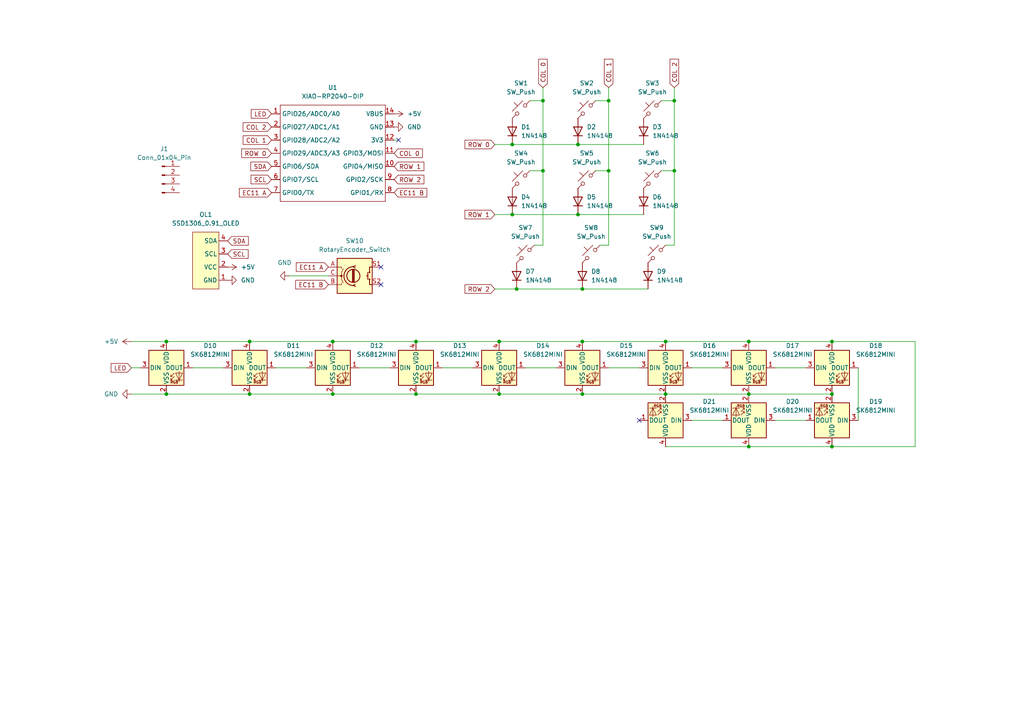
<source format=kicad_sch>
(kicad_sch (version 20250114) (generator "eeschema") (generator_version "9.0")
  (paper "A4")
  (lib_symbols
    (symbol "Connector:Conn_01x04_Pin" (pin_names (offset 1.016) (hide yes))
      (property "Reference" "J" (at 0 5.08 0))
      (property "Value" "Conn_01x04_Pin" (at 0 -7.62 0))
      (symbol "Conn_01x04_Pin_1_1"
        (rectangle (start 0.8636 2.667) (end 0 2.413) (stroke (width 0.1524)) (fill (type outline)))
        (rectangle (start 0.8636 0.127) (end 0 -0.127) (stroke (width 0.1524)) (fill (type outline)))
        (rectangle (start 0.8636 -2.413) (end 0 -2.667) (stroke (width 0.1524)) (fill (type outline)))
        (rectangle (start 0.8636 -4.953) (end 0 -5.207) (stroke (width 0.1524)) (fill (type outline)))
        (polyline (pts (xy 1.27 2.54) (xy 0.8636 2.54)) (stroke (width 0.1524)))
        (polyline (pts (xy 1.27 0) (xy 0.8636 0)) (stroke (width 0.1524)))
        (polyline (pts (xy 1.27 -2.54) (xy 0.8636 -2.54)) (stroke (width 0.1524)))
        (polyline (pts (xy 1.27 -5.08) (xy 0.8636 -5.08)) (stroke (width 0.1524)))
        (pin passive line (at 5.08 2.54 180) (length 3.81) (name "Pin_1") (number "1"))
        (pin passive line (at 5.08 0 180) (length 3.81) (name "Pin_2") (number "2"))
        (pin passive line (at 5.08 -2.54 180) (length 3.81) (name "Pin_3") (number "3"))
        (pin passive line (at 5.08 -5.08 180) (length 3.81) (name "Pin_4") (number "4"))
      )
    )
    (symbol "Device:RotaryEncoder_Switch" (pin_names (offset 0.254) (hide yes))
      (property "Reference" "SW" (at 0 6.604 0))
      (property "Value" "RotaryEncoder_Switch" (at 0 -6.604 0))
      (symbol "RotaryEncoder_Switch_0_1"
        (rectangle (start -5.08 5.08) (end 5.08 -5.08) (stroke (width 0.254)) (fill (type background)))
        (polyline (pts (xy -5.08 2.54) (xy -3.81 2.54) (xy -3.81 2.032)))
        (polyline (pts (xy -5.08 0) (xy -3.81 0) (xy -3.81 -1.016) (xy -3.302 -2.032)))
        (polyline (pts (xy -5.08 -2.54) (xy -3.81 -2.54) (xy -3.81 -2.032)))
        (polyline (pts (xy -4.318 0) (xy -3.81 0) (xy -3.81 1.016) (xy -3.302 2.032)))
        (circle (center -3.81 0) (radius 0.254) (fill (type outline)))
        (polyline (pts (xy -0.635 -1.778) (xy -0.635 1.778)) (stroke (width 0.254)))
        (circle (center -0.381 0) (radius 1.905) (stroke (width 0.254)))
        (polyline (pts (xy -0.381 -1.778) (xy -0.381 1.778)) (stroke (width 0.254)))
        (arc (start -0.381 -2.794) (mid -3.0988 -0.0635) (end -0.381 2.667) (stroke (width 0.254)))
        (polyline (pts (xy -0.127 1.778) (xy -0.127 -1.778)) (stroke (width 0.254)))
        (polyline (pts (xy 0.254 2.921) (xy -0.508 2.667) (xy 0.127 2.286)) (stroke (width 0.254)))
        (polyline (pts (xy 0.254 -3.048) (xy -0.508 -2.794) (xy 0.127 -2.413)) (stroke (width 0.254)))
        (polyline (pts (xy 3.81 1.016) (xy 3.81 -1.016)) (stroke (width 0.254)))
        (polyline (pts (xy 3.81 0) (xy 3.429 0)) (stroke (width 0.254)))
        (circle (center 4.318 1.016) (radius 0.127) (stroke (width 0.254)))
        (circle (center 4.318 -1.016) (radius 0.127) (stroke (width 0.254)))
        (polyline (pts (xy 5.08 2.54) (xy 4.318 2.54) (xy 4.318 1.016)) (stroke (width 0.254)))
        (polyline (pts (xy 5.08 -2.54) (xy 4.318 -2.54) (xy 4.318 -1.016)) (stroke (width 0.254)))
      )
      (symbol "RotaryEncoder_Switch_1_1"
        (pin passive line (at -7.62 2.54 0) (length 2.54) (name "A") (number "A"))
        (pin passive line (at -7.62 0 0) (length 2.54) (name "C") (number "C"))
        (pin passive line (at -7.62 -2.54 0) (length 2.54) (name "B") (number "B"))
        (pin passive line (at 7.62 2.54 180) (length 2.54) (name "S1") (number "S1"))
        (pin passive line (at 7.62 -2.54 180) (length 2.54) (name "S2") (number "S2"))
      )
    )
    (symbol "Diode:1N4148" (pin_numbers (hide yes)) (pin_names (hide yes))
      (property "Reference" "D" (at 0 2.54 0))
      (property "Value" "1N4148" (at 0 -2.54 0))
      (symbol "1N4148_0_1"
        (polyline (pts (xy -1.27 1.27) (xy -1.27 -1.27)) (stroke (width 0.254)))
        (polyline (pts (xy 1.27 1.27) (xy 1.27 -1.27) (xy -1.27 0) (xy 1.27 1.27)) (stroke (width 0.254)))
        (polyline (pts (xy 1.27 0) (xy -1.27 0)))
      )
      (symbol "1N4148_1_1"
        (pin passive line (at -3.81 0 0) (length 2.54) (name "K") (number "1"))
        (pin passive line (at 3.81 0 180) (length 2.54) (name "A") (number "2"))
      )
    )
    (symbol "LED:SK6812MINI" (pin_names (offset 0.254))
      (property "Reference" "D" (at 5.08 5.715 0))
      (property "Value" "SK6812MINI" (at 1.27 -5.715 0))
      (symbol "SK6812MINI_0_0"
        (text "RGB" (at 2.286 -4.191 0) (effects (font (size 0.762 0.762))))
      )
      (symbol "SK6812MINI_0_1"
        (polyline (pts (xy 1.27 -2.54) (xy 1.778 -2.54)))
        (polyline (pts (xy 1.27 -3.556) (xy 1.778 -3.556)))
        (polyline (pts (xy 2.286 -1.524) (xy 1.27 -2.54) (xy 1.27 -2.032)))
        (polyline (pts (xy 2.286 -2.54) (xy 1.27 -3.556) (xy 1.27 -3.048)))
        (polyline (pts (xy 3.683 -1.016) (xy 3.683 -3.556) (xy 3.683 -4.064)))
        (polyline (pts (xy 4.699 -1.524) (xy 2.667 -1.524) (xy 3.683 -3.556) (xy 4.699 -1.524)))
        (polyline (pts (xy 4.699 -3.556) (xy 2.667 -3.556)))
        (rectangle (start 5.08 5.08) (end -5.08 -5.08) (stroke (width 0.254)) (fill (type background)))
      )
      (symbol "SK6812MINI_1_1"
        (pin input line (at -7.62 0 0) (length 2.54) (name "DIN") (number "3"))
        (pin power_in line (at 0 7.62 270) (length 2.54) (name "VDD") (number "4"))
        (pin power_in line (at 0 -7.62 90) (length 2.54) (name "VSS") (number "2"))
        (pin output line (at 7.62 0 180) (length 2.54) (name "DOUT") (number "1"))
      )
    )
    (symbol "OPL:XIAO-RP2040-DIP"
      (property "Reference" "U" (at 0 0 0))
      (property "Value" "XIAO-RP2040-DIP" (at 5.334 -1.778 0))
      (symbol "XIAO-RP2040-DIP_1_0"
        (polyline (pts (xy -1.27 -2.54) (xy 29.21 -2.54)) (stroke (width 0.1524)))
        (polyline (pts (xy -1.27 -5.08) (xy -2.54 -5.08)) (stroke (width 0.1524)))
        (polyline (pts (xy -1.27 -5.08) (xy -1.27 -2.54)) (stroke (width 0.1524)))
        (polyline (pts (xy -1.27 -8.89) (xy -2.54 -8.89)) (stroke (width 0.1524)))
        (polyline (pts (xy -1.27 -8.89) (xy -1.27 -5.08)) (stroke (width 0.1524)))
        (polyline (pts (xy -1.27 -12.7) (xy -2.54 -12.7)) (stroke (width 0.1524)))
        (polyline (pts (xy -1.27 -12.7) (xy -1.27 -8.89)) (stroke (width 0.1524)))
        (polyline (pts (xy -1.27 -16.51) (xy -2.54 -16.51)) (stroke (width 0.1524)))
        (polyline (pts (xy -1.27 -16.51) (xy -1.27 -12.7)) (stroke (width 0.1524)))
        (polyline (pts (xy -1.27 -20.32) (xy -2.54 -20.32)) (stroke (width 0.1524)))
        (polyline (pts (xy -1.27 -24.13) (xy -2.54 -24.13)) (stroke (width 0.1524)))
        (polyline (pts (xy -1.27 -27.94) (xy -2.54 -27.94)) (stroke (width 0.1524)))
        (polyline (pts (xy -1.27 -30.48) (xy -1.27 -16.51)) (stroke (width 0.1524)))
        (polyline (pts (xy 29.21 -2.54) (xy 29.21 -5.08)) (stroke (width 0.1524)))
        (polyline (pts (xy 29.21 -5.08) (xy 29.21 -8.89)) (stroke (width 0.1524)))
        (polyline (pts (xy 29.21 -8.89) (xy 29.21 -12.7)) (stroke (width 0.1524)))
        (polyline (pts (xy 29.21 -12.7) (xy 29.21 -30.48)) (stroke (width 0.1524)))
        (polyline (pts (xy 29.21 -30.48) (xy -1.27 -30.48)) (stroke (width 0.1524)))
        (polyline (pts (xy 30.48 -5.08) (xy 29.21 -5.08)) (stroke (width 0.1524)))
        (polyline (pts (xy 30.48 -8.89) (xy 29.21 -8.89)) (stroke (width 0.1524)))
        (polyline (pts (xy 30.48 -12.7) (xy 29.21 -12.7)) (stroke (width 0.1524)))
        (polyline (pts (xy 30.48 -16.51) (xy 29.21 -16.51)) (stroke (width 0.1524)))
        (polyline (pts (xy 30.48 -20.32) (xy 29.21 -20.32)) (stroke (width 0.1524)))
        (polyline (pts (xy 30.48 -24.13) (xy 29.21 -24.13)) (stroke (width 0.1524)))
        (polyline (pts (xy 30.48 -27.94) (xy 29.21 -27.94)) (stroke (width 0.1524)))
        (pin passive line (at -3.81 -5.08 0) (length 2.54) (name "GPIO26/ADC0/A0") (number "1"))
        (pin passive line (at -3.81 -8.89 0) (length 2.54) (name "GPIO27/ADC1/A1") (number "2"))
        (pin passive line (at -3.81 -12.7 0) (length 2.54) (name "GPIO28/ADC2/A2") (number "3"))
        (pin passive line (at -3.81 -16.51 0) (length 2.54) (name "GPIO29/ADC3/A3") (number "4"))
        (pin passive line (at -3.81 -20.32 0) (length 2.54) (name "GPIO6/SDA") (number "5"))
        (pin passive line (at -3.81 -24.13 0) (length 2.54) (name "GPIO7/SCL") (number "6"))
        (pin passive line (at -3.81 -27.94 0) (length 2.54) (name "GPIO0/TX") (number "7"))
        (pin passive line (at 31.75 -5.08 180) (length 2.54) (name "VBUS") (number "14"))
        (pin passive line (at 31.75 -8.89 180) (length 2.54) (name "GND") (number "13"))
        (pin passive line (at 31.75 -12.7 180) (length 2.54) (name "3V3") (number "12"))
        (pin passive line (at 31.75 -16.51 180) (length 2.54) (name "GPIO3/MOSI") (number "11"))
        (pin passive line (at 31.75 -20.32 180) (length 2.54) (name "GPIO4/MISO") (number "10"))
        (pin passive line (at 31.75 -24.13 180) (length 2.54) (name "GPIO2/SCK") (number "9"))
        (pin passive line (at 31.75 -27.94 180) (length 2.54) (name "GPIO1/RX") (number "8"))
      )
    )
    (symbol "SSD1306_0.91_OLED:SSD1306-0.91-OLED"
      (property "Reference" "OL" (at 8.128 3.556 0))
      (property "Value" "SSD1306_0.91_OLED" (at 8.128 1.524 0))
      (symbol "SSD1306-0.91-OLED_1_1"
        (rectangle (start 0 0) (end 16.51 -7.62) (fill (type background)))
        (pin passive line (at 2.54 -10.16 90) (length 2.54) (name "GND") (number "1"))
        (pin passive line (at 6.35 -10.16 90) (length 2.54) (name "VCC") (number "2"))
        (pin passive line (at 10.16 -10.16 90) (length 2.54) (name "SCL") (number "3"))
        (pin passive line (at 13.97 -10.16 90) (length 2.54) (name "SDA") (number "4"))
      )
    )
    (symbol "Switch:SW_Push_45deg" (pin_numbers (hide yes)) (pin_names (offset 1.016) (hide yes))
      (property "Reference" "SW" (at 3.048 1.016 0))
      (property "Value" "SW_Push_45deg" (at 0 -3.81 0))
      (symbol "SW_Push_45deg_0_1"
        (polyline (pts (xy -2.54 2.54) (xy -1.524 1.524) (xy -1.524 1.524)))
        (circle (center -1.1684 1.1684) (radius 0.508))
        (polyline (pts (xy -0.508 2.54) (xy 2.54 -0.508)))
        (polyline (pts (xy 1.016 1.016) (xy 2.032 2.032)))
        (circle (center 1.143 -1.1938) (radius 0.508))
        (polyline (pts (xy 1.524 -1.524) (xy 2.54 -2.54) (xy 2.54 -2.54) (xy 2.54 -2.54)))
        (pin passive line (at -2.54 2.54 0) (length 0) (name "1") (number "1"))
        (pin passive line (at 2.54 -2.54 180) (length 0) (name "2") (number "2"))
      )
    )
    (symbol "power:+5V" (power) (pin_numbers (hide yes)) (pin_names (offset 0) (hide yes))
      (property "Value" "+5V" (at 0 3.556 0))
      (symbol "+5V_0_1"
        (polyline (pts (xy -0.762 1.27) (xy 0 2.54)))
        (polyline (pts (xy 0 2.54) (xy 0.762 1.27)))
        (polyline (pts (xy 0 0) (xy 0 2.54)))
      )
      (symbol "+5V_1_1"
        (pin power_in line (at 0 0 90) (length 0) (name "~") (number "1"))
      )
    )
    (symbol "power:GND" (power) (pin_numbers (hide yes)) (pin_names (offset 0) (hide yes))
      (property "Value" "GND" (at 0 -3.81 0))
      (symbol "GND_0_1"
        (polyline (pts (xy 0 0) (xy 0 -1.27) (xy 1.27 -1.27) (xy 0 -2.54) (xy -1.27 -1.27) (xy 0 -1.27)))
      )
      (symbol "GND_1_1"
        (pin power_in line (at 0 0 270) (length 0) (name "~") (number "1"))
      )
    )
  )
  (junction (at 48.26 114.3))
  (junction (at 96.52 99.06))
  (junction (at 144.78 99.06))
  (junction (at 217.17 129.54))
  (junction (at 148.59 41.91))
  (junction (at 176.53 49.53))
  (junction (at 149.86 83.82))
  (junction (at 241.3 99.06))
  (junction (at 168.91 114.3))
  (junction (at 144.78 114.3))
  (junction (at 168.91 83.82))
  (junction (at 72.39 114.3))
  (junction (at 148.59 62.23))
  (junction (at 195.58 49.53))
  (junction (at 217.17 114.3))
  (junction (at 120.65 114.3))
  (junction (at 176.53 29.21))
  (junction (at 241.3 114.3))
  (junction (at 193.04 99.06))
  (junction (at 167.64 62.23))
  (junction (at 195.58 29.21))
  (junction (at 167.64 41.91))
  (junction (at 217.17 99.06))
  (junction (at 157.48 49.53))
  (junction (at 168.91 99.06))
  (junction (at 193.04 114.3))
  (junction (at 241.3 129.54))
  (junction (at 48.26 99.06))
  (junction (at 72.39 99.06))
  (junction (at 96.52 114.3))
  (junction (at 120.65 99.06))
  (junction (at 157.48 29.21))
  (no_connect (at 110.49 82.55))
  (no_connect (at 110.49 77.47))
  (no_connect (at 115.57 40.64))
  (no_connect (at 185.42 121.92))
  (wire (pts (xy 176.53 71.12) (xy 173.99 71.12)))
  (wire (pts (xy 157.48 49.53) (xy 157.48 71.12)))
  (wire (pts (xy 96.52 99.06) (xy 120.65 99.06)))
  (wire (pts (xy 193.04 129.54) (xy 217.17 129.54)))
  (wire (pts (xy 120.65 99.06) (xy 144.78 99.06)))
  (wire (pts (xy 168.91 114.3) (xy 193.04 114.3)))
  (wire (pts (xy 38.1 114.3) (xy 48.26 114.3)))
  (wire (pts (xy 38.1 99.06) (xy 48.26 99.06)))
  (wire (pts (xy 217.17 114.3) (xy 241.3 114.3)))
  (wire (pts (xy 148.59 62.23) (xy 167.64 62.23)))
  (wire (pts (xy 200.66 121.92) (xy 209.55 121.92)))
  (wire (pts (xy 48.26 99.06) (xy 72.39 99.06)))
  (wire (pts (xy 193.04 114.3) (xy 217.17 114.3)))
  (wire (pts (xy 241.3 129.54) (xy 265.43 129.54)))
  (wire (pts (xy 217.17 99.06) (xy 241.3 99.06)))
  (wire (pts (xy 157.48 25.4) (xy 157.48 29.21)))
  (wire (pts (xy 144.78 114.3) (xy 168.91 114.3)))
  (wire (pts (xy 38.1 106.68) (xy 40.64 106.68)))
  (wire (pts (xy 191.77 49.53) (xy 195.58 49.53)))
  (wire (pts (xy 167.64 62.23) (xy 186.69 62.23)))
  (wire (pts (xy 157.48 29.21) (xy 157.48 49.53)))
  (wire (pts (xy 144.78 99.06) (xy 168.91 99.06)))
  (wire (pts (xy 193.04 71.12) (xy 195.58 71.12)))
  (wire (pts (xy 143.51 62.23) (xy 148.59 62.23)))
  (wire (pts (xy 195.58 29.21) (xy 195.58 49.53)))
  (wire (pts (xy 149.86 83.82) (xy 168.91 83.82)))
  (wire (pts (xy 115.57 40.64) (xy 114.3 40.64)))
  (wire (pts (xy 176.53 25.4) (xy 176.53 29.21)))
  (wire (pts (xy 167.64 41.91) (xy 186.69 41.91)))
  (wire (pts (xy 95.25 80.01) (xy 83.82 80.01)))
  (wire (pts (xy 154.94 71.12) (xy 157.48 71.12)))
  (wire (pts (xy 143.51 83.82) (xy 149.86 83.82)))
  (wire (pts (xy 195.58 49.53) (xy 195.58 71.12)))
  (wire (pts (xy 265.43 99.06) (xy 241.3 99.06)))
  (wire (pts (xy 48.26 114.3) (xy 72.39 114.3)))
  (wire (pts (xy 143.51 41.91) (xy 148.59 41.91)))
  (wire (pts (xy 80.01 106.68) (xy 88.9 106.68)))
  (wire (pts (xy 224.79 121.92) (xy 233.68 121.92)))
  (wire (pts (xy 191.77 29.21) (xy 195.58 29.21)))
  (wire (pts (xy 172.72 49.53) (xy 176.53 49.53)))
  (wire (pts (xy 200.66 106.68) (xy 209.55 106.68)))
  (wire (pts (xy 72.39 99.06) (xy 96.52 99.06)))
  (wire (pts (xy 176.53 49.53) (xy 176.53 71.12)))
  (wire (pts (xy 176.53 106.68) (xy 185.42 106.68)))
  (wire (pts (xy 172.72 29.21) (xy 176.53 29.21)))
  (wire (pts (xy 153.67 29.21) (xy 157.48 29.21)))
  (wire (pts (xy 195.58 25.4) (xy 195.58 29.21)))
  (wire (pts (xy 176.53 29.21) (xy 176.53 49.53)))
  (wire (pts (xy 168.91 99.06) (xy 193.04 99.06)))
  (wire (pts (xy 168.91 83.82) (xy 187.96 83.82)))
  (wire (pts (xy 96.52 114.3) (xy 120.65 114.3)))
  (wire (pts (xy 148.59 41.91) (xy 167.64 41.91)))
  (wire (pts (xy 265.43 129.54) (xy 265.43 99.06)))
  (wire (pts (xy 193.04 99.06) (xy 217.17 99.06)))
  (wire (pts (xy 153.67 49.53) (xy 157.48 49.53)))
  (wire (pts (xy 217.17 129.54) (xy 241.3 129.54)))
  (wire (pts (xy 120.65 114.3) (xy 144.78 114.3)))
  (wire (pts (xy 152.4 106.68) (xy 161.29 106.68)))
  (wire (pts (xy 248.92 106.68) (xy 248.92 121.92)))
  (wire (pts (xy 104.14 106.68) (xy 113.03 106.68)))
  (wire (pts (xy 72.39 114.3) (xy 96.52 114.3)))
  (wire (pts (xy 128.27 106.68) (xy 137.16 106.68)))
  (wire (pts (xy 55.88 106.68) (xy 64.77 106.68)))
  (wire (pts (xy 224.79 106.68) (xy 233.68 106.68)))
  (global_label "SCL" (shape input) (at 66.04 73.66 0) (property "Intersheetrefs" "${INTERSHEET_REFS}" (effects (hide yes))))
  (global_label "EC11 B" (shape input) (at 95.25 82.55 180) (property "Intersheetrefs" "${INTERSHEET_REFS}" (effects (hide yes))))
  (global_label "EC11 A" (shape input) (at 78.74 55.88 180) (property "Intersheetrefs" "${INTERSHEET_REFS}" (effects (hide yes))))
  (global_label "COL 2" (shape input) (at 78.74 36.83 180) (property "Intersheetrefs" "${INTERSHEET_REFS}" (effects (hide yes))))
  (global_label "ROW 1" (shape input) (at 143.51 62.23 180) (property "Intersheetrefs" "${INTERSHEET_REFS}" (effects (hide yes))))
  (global_label "LED" (shape input) (at 38.1 106.68 180) (property "Intersheetrefs" "${INTERSHEET_REFS}" (effects (hide yes))))
  (global_label "SDA" (shape input) (at 78.74 48.26 180) (property "Intersheetrefs" "${INTERSHEET_REFS}" (effects (hide yes))))
  (global_label "ROW 2" (shape input) (at 114.3 52.07 0) (property "Intersheetrefs" "${INTERSHEET_REFS}" (effects (hide yes))))
  (global_label "SCL" (shape input) (at 78.74 52.07 180) (property "Intersheetrefs" "${INTERSHEET_REFS}" (effects (hide yes))))
  (global_label "ROW 1" (shape input) (at 114.3 48.26 0) (property "Intersheetrefs" "${INTERSHEET_REFS}" (effects (hide yes))))
  (global_label "ROW 2" (shape input) (at 143.51 83.82 180) (property "Intersheetrefs" "${INTERSHEET_REFS}" (effects (hide yes))))
  (global_label "COL 0" (shape input) (at 157.48 25.4 90) (property "Intersheetrefs" "${INTERSHEET_REFS}" (effects (hide yes))))
  (global_label "COL 1" (shape input) (at 78.74 40.64 180) (property "Intersheetrefs" "${INTERSHEET_REFS}" (effects (hide yes))))
  (global_label "EC11 A" (shape input) (at 95.25 77.47 180) (property "Intersheetrefs" "${INTERSHEET_REFS}" (effects (hide yes))))
  (global_label "SDA" (shape input) (at 66.04 69.85 0) (property "Intersheetrefs" "${INTERSHEET_REFS}" (effects (hide yes))))
  (global_label "COL 2" (shape input) (at 195.58 25.4 90) (property "Intersheetrefs" "${INTERSHEET_REFS}" (effects (hide yes))))
  (global_label "COL 1" (shape input) (at 176.53 25.4 90) (property "Intersheetrefs" "${INTERSHEET_REFS}" (effects (hide yes))))
  (global_label "ROW 0" (shape input) (at 78.74 44.45 180) (property "Intersheetrefs" "${INTERSHEET_REFS}" (effects (hide yes))))
  (global_label "EC11 B" (shape input) (at 114.3 55.88 0) (property "Intersheetrefs" "${INTERSHEET_REFS}" (effects (hide yes))))
  (global_label "LED" (shape input) (at 78.74 33.02 180) (property "Intersheetrefs" "${INTERSHEET_REFS}" (effects (hide yes))))
  (global_label "COL 0" (shape input) (at 114.3 44.45 0) (property "Intersheetrefs" "${INTERSHEET_REFS}" (effects (hide yes))))
  (global_label "ROW 0" (shape input) (at 143.51 41.91 180) (property "Intersheetrefs" "${INTERSHEET_REFS}" (effects (hide yes))))
  (symbol (lib_id "LED:SK6812MINI") (at 217.17 121.92 180) (unit 1)
    (property "Reference" "D20" (at 229.87 116.4746 0))
    (property "Value" "SK6812MINI" (at 229.87 119.0146 0))
    (property "Footprint" "LED_SMD:LED_SK6812MINI_PLCC4_3.5x3.5mm_P1.75mm" (effects (hide yes)))
    (property "Datasheet" "https://cdn-shop.adafruit.com/product-files/2686/SK6812MINI_REV.01-1-2.pdf" (effects (hide yes)))
    (property "Description" "RGB LED with integrated controller" (effects (hide yes)))
  )
  (symbol (lib_id "Switch:SW_Push_45deg") (at 170.18 52.07 0) (mirror y) (unit 1)
    (property "Reference" "SW5" (at 170.18 44.45 0))
    (property "Value" "SW_Push" (at 170.18 46.99 0))
    (property "Footprint" "Button_Switch_Keyboard:SW_Cherry_MX_1.00u_PCB" (effects (hide yes)))
    (property "Description" "Push button switch, normally open, two pins, 45° tilted" (effects (hide yes)))
  )
  (symbol (lib_id "LED:SK6812MINI") (at 144.78 106.68 0) (unit 1)
    (property "Reference" "D14" (at 157.48 100.2598 0))
    (property "Value" "SK6812MINI" (at 157.48 102.7998 0))
    (property "Footprint" "LED_SMD:LED_SK6812MINI_PLCC4_3.5x3.5mm_P1.75mm" (effects (hide yes)))
    (property "Datasheet" "https://cdn-shop.adafruit.com/product-files/2686/SK6812MINI_REV.01-1-2.pdf" (effects (hide yes)))
    (property "Description" "RGB LED with integrated controller" (effects (hide yes)))
  )
  (symbol (lib_id "power:GND") (at 38.1 114.3 270) (unit 1)
    (property "Reference" "#PWR07" (effects (hide yes)))
    (property "Value" "GND" (at 34.29 114.2999 90) (effects (justify right)))
    (property "Description" "Power symbol creates a global label with name \"GND\" , ground" (effects (hide yes)))
  )
  (symbol (lib_id "power:+5V") (at 114.3 33.02 270) (unit 1)
    (property "Reference" "#PWR01" (effects (hide yes)))
    (property "Value" "+5V" (at 118.11 33.0199 90) (effects (justify left)))
    (property "Description" "Power symbol creates a global label with name \"+5V\"" (effects (hide yes)))
  )
  (symbol (lib_id "Switch:SW_Push_45deg") (at 151.13 52.07 0) (mirror y) (unit 1)
    (property "Reference" "SW4" (at 151.13 44.45 0))
    (property "Value" "SW_Push" (at 151.13 46.99 0))
    (property "Footprint" "Button_Switch_Keyboard:SW_Cherry_MX_1.00u_PCB" (effects (hide yes)))
    (property "Description" "Push button switch, normally open, two pins, 45° tilted" (effects (hide yes)))
  )
  (symbol (lib_id "Switch:SW_Push_45deg") (at 151.13 31.75 0) (mirror y) (unit 1)
    (property "Reference" "SW1" (at 151.13 24.13 0))
    (property "Value" "SW_Push" (at 151.13 26.67 0))
    (property "Footprint" "Button_Switch_Keyboard:SW_Cherry_MX_1.00u_PCB" (effects (hide yes)))
    (property "Description" "Push button switch, normally open, two pins, 45° tilted" (effects (hide yes)))
  )
  (symbol (lib_id "power:GND") (at 114.3 36.83 90) (unit 1)
    (property "Reference" "#PWR02" (effects (hide yes)))
    (property "Value" "GND" (at 118.11 36.8299 90) (effects (justify right)))
    (property "Description" "Power symbol creates a global label with name \"GND\" , ground" (effects (hide yes)))
  )
  (symbol (lib_id "Switch:SW_Push_45deg") (at 171.45 73.66 0) (mirror y) (unit 1)
    (property "Reference" "SW8" (at 171.45 66.04 0))
    (property "Value" "SW_Push" (at 171.45 68.58 0))
    (property "Footprint" "Button_Switch_Keyboard:SW_Cherry_MX_1.00u_PCB" (effects (hide yes)))
    (property "Description" "Push button switch, normally open, two pins, 45° tilted" (effects (hide yes)))
  )
  (symbol (lib_id "LED:SK6812MINI") (at 168.91 106.68 0) (unit 1)
    (property "Reference" "D15" (at 181.61 100.2598 0))
    (property "Value" "SK6812MINI" (at 181.61 102.7998 0))
    (property "Footprint" "LED_SMD:LED_SK6812MINI_PLCC4_3.5x3.5mm_P1.75mm" (effects (hide yes)))
    (property "Datasheet" "https://cdn-shop.adafruit.com/product-files/2686/SK6812MINI_REV.01-1-2.pdf" (effects (hide yes)))
    (property "Description" "RGB LED with integrated controller" (effects (hide yes)))
  )
  (symbol (lib_id "Diode:1N4148") (at 149.86 80.01 90) (unit 1)
    (property "Reference" "D7" (at 152.4 78.7399 90) (effects (justify right)))
    (property "Value" "1N4148" (at 152.4 81.2799 90) (effects (justify right)))
    (property "Footprint" "Diode_THT:D_DO-35_SOD27_P7.62mm_Horizontal" (effects (hide yes)))
    (property "Datasheet" "https://assets.nexperia.com/documents/data-sheet/1N4148_1N4448.pdf" (effects (hide yes)))
    (property "Description" "100V 0.15A standard switching diode, DO-35" (effects (hide yes)))
    (property "Sim.Device" "D" (effects (hide yes)))
    (property "Sim.Pins" "1=K 2=A" (effects (hide yes)))
  )
  (symbol (lib_id "LED:SK6812MINI") (at 241.3 106.68 0) (unit 1)
    (property "Reference" "D18" (at 254 100.2598 0))
    (property "Value" "SK6812MINI" (at 254 102.7998 0))
    (property "Footprint" "LED_SMD:LED_SK6812MINI_PLCC4_3.5x3.5mm_P1.75mm" (effects (hide yes)))
    (property "Datasheet" "https://cdn-shop.adafruit.com/product-files/2686/SK6812MINI_REV.01-1-2.pdf" (effects (hide yes)))
    (property "Description" "RGB LED with integrated controller" (effects (hide yes)))
  )
  (symbol (lib_id "Diode:1N4148") (at 148.59 38.1 90) (unit 1)
    (property "Reference" "D1" (at 151.13 36.8299 90) (effects (justify right)))
    (property "Value" "1N4148" (at 151.13 39.3699 90) (effects (justify right)))
    (property "Footprint" "Diode_THT:D_DO-35_SOD27_P7.62mm_Horizontal" (effects (hide yes)))
    (property "Datasheet" "https://assets.nexperia.com/documents/data-sheet/1N4148_1N4448.pdf" (effects (hide yes)))
    (property "Description" "100V 0.15A standard switching diode, DO-35" (effects (hide yes)))
    (property "Sim.Device" "D" (effects (hide yes)))
    (property "Sim.Pins" "1=K 2=A" (effects (hide yes)))
  )
  (symbol (lib_id "Switch:SW_Push_45deg") (at 152.4 73.66 0) (mirror y) (unit 1)
    (property "Reference" "SW7" (at 152.4 66.04 0))
    (property "Value" "SW_Push" (at 152.4 68.58 0))
    (property "Footprint" "Button_Switch_Keyboard:SW_Cherry_MX_1.00u_PCB" (effects (hide yes)))
    (property "Description" "Push button switch, normally open, two pins, 45° tilted" (effects (hide yes)))
  )
  (symbol (lib_id "Switch:SW_Push_45deg") (at 189.23 31.75 0) (mirror y) (unit 1)
    (property "Reference" "SW3" (at 189.23 24.13 0))
    (property "Value" "SW_Push" (at 189.23 26.67 0))
    (property "Footprint" "Button_Switch_Keyboard:SW_Cherry_MX_1.00u_PCB" (effects (hide yes)))
    (property "Description" "Push button switch, normally open, two pins, 45° tilted" (effects (hide yes)))
  )
  (symbol (lib_id "Connector:Conn_01x04_Pin") (at 46.99 50.8 0) (unit 1)
    (property "Reference" "J1" (at 47.625 43.18 0))
    (property "Value" "Conn_01x04_Pin" (at 47.625 45.72 0))
    (property "Description" "Generic connector, single row, 01x04, script generated" (effects (hide yes)))
  )
  (symbol (lib_id "Switch:SW_Push_45deg") (at 170.18 31.75 0) (mirror y) (unit 1)
    (property "Reference" "SW2" (at 170.18 24.13 0))
    (property "Value" "SW_Push" (at 170.18 26.67 0))
    (property "Footprint" "Button_Switch_Keyboard:SW_Cherry_MX_1.00u_PCB" (effects (hide yes)))
    (property "Description" "Push button switch, normally open, two pins, 45° tilted" (effects (hide yes)))
  )
  (symbol (lib_id "Diode:1N4148") (at 167.64 38.1 90) (unit 1)
    (property "Reference" "D2" (at 170.18 36.8299 90) (effects (justify right)))
    (property "Value" "1N4148" (at 170.18 39.3699 90) (effects (justify right)))
    (property "Footprint" "Diode_THT:D_DO-35_SOD27_P7.62mm_Horizontal" (effects (hide yes)))
    (property "Datasheet" "https://assets.nexperia.com/documents/data-sheet/1N4148_1N4448.pdf" (effects (hide yes)))
    (property "Description" "100V 0.15A standard switching diode, DO-35" (effects (hide yes)))
    (property "Sim.Device" "D" (effects (hide yes)))
    (property "Sim.Pins" "1=K 2=A" (effects (hide yes)))
  )
  (symbol (lib_id "Diode:1N4148") (at 168.91 80.01 90) (unit 1)
    (property "Reference" "D8" (at 171.45 78.7399 90) (effects (justify right)))
    (property "Value" "1N4148" (at 171.45 81.2799 90) (effects (justify right)))
    (property "Footprint" "Diode_THT:D_DO-35_SOD27_P7.62mm_Horizontal" (effects (hide yes)))
    (property "Datasheet" "https://assets.nexperia.com/documents/data-sheet/1N4148_1N4448.pdf" (effects (hide yes)))
    (property "Description" "100V 0.15A standard switching diode, DO-35" (effects (hide yes)))
    (property "Sim.Device" "D" (effects (hide yes)))
    (property "Sim.Pins" "1=K 2=A" (effects (hide yes)))
  )
  (symbol (lib_id "LED:SK6812MINI") (at 193.04 106.68 0) (unit 1)
    (property "Reference" "D16" (at 205.74 100.2598 0))
    (property "Value" "SK6812MINI" (at 205.74 102.7998 0))
    (property "Footprint" "LED_SMD:LED_SK6812MINI_PLCC4_3.5x3.5mm_P1.75mm" (effects (hide yes)))
    (property "Datasheet" "https://cdn-shop.adafruit.com/product-files/2686/SK6812MINI_REV.01-1-2.pdf" (effects (hide yes)))
    (property "Description" "RGB LED with integrated controller" (effects (hide yes)))
  )
  (symbol (lib_id "Device:RotaryEncoder_Switch") (at 102.87 80.01 0) (unit 1)
    (property "Reference" "SW10" (at 102.87 69.85 0))
    (property "Value" "RotaryEncoder_Switch" (at 102.87 72.39 0))
    (property "Footprint" "Wire_Connectors:Rotary_Encoder_Wire_Connector" (effects (hide yes)))
    (property "Description" "Rotary encoder, dual channel, incremental quadrate outputs, with switch" (effects (hide yes)))
  )
  (symbol (lib_id "Diode:1N4148") (at 167.64 58.42 90) (unit 1)
    (property "Reference" "D5" (at 170.18 57.1499 90) (effects (justify right)))
    (property "Value" "1N4148" (at 170.18 59.6899 90) (effects (justify right)))
    (property "Footprint" "Diode_THT:D_DO-35_SOD27_P7.62mm_Horizontal" (effects (hide yes)))
    (property "Datasheet" "https://assets.nexperia.com/documents/data-sheet/1N4148_1N4448.pdf" (effects (hide yes)))
    (property "Description" "100V 0.15A standard switching diode, DO-35" (effects (hide yes)))
    (property "Sim.Device" "D" (effects (hide yes)))
    (property "Sim.Pins" "1=K 2=A" (effects (hide yes)))
  )
  (symbol (lib_id "Switch:SW_Push_45deg") (at 189.23 52.07 0) (mirror y) (unit 1)
    (property "Reference" "SW6" (at 189.23 44.45 0))
    (property "Value" "SW_Push" (at 189.23 46.99 0))
    (property "Footprint" "Button_Switch_Keyboard:SW_Cherry_MX_1.00u_PCB" (effects (hide yes)))
    (property "Description" "Push button switch, normally open, two pins, 45° tilted" (effects (hide yes)))
  )
  (symbol (lib_id "Diode:1N4148") (at 148.59 58.42 90) (unit 1)
    (property "Reference" "D4" (at 151.13 57.1499 90) (effects (justify right)))
    (property "Value" "1N4148" (at 151.13 59.6899 90) (effects (justify right)))
    (property "Footprint" "Diode_THT:D_DO-35_SOD27_P7.62mm_Horizontal" (effects (hide yes)))
    (property "Datasheet" "https://assets.nexperia.com/documents/data-sheet/1N4148_1N4448.pdf" (effects (hide yes)))
    (property "Description" "100V 0.15A standard switching diode, DO-35" (effects (hide yes)))
    (property "Sim.Device" "D" (effects (hide yes)))
    (property "Sim.Pins" "1=K 2=A" (effects (hide yes)))
  )
  (symbol (lib_id "power:GND") (at 83.82 80.01 270) (unit 1)
    (property "Reference" "#PWR03" (effects (hide yes)))
    (property "Value" "GND" (at 82.55 76.2 90))
    (property "Description" "Power symbol creates a global label with name \"GND\" , ground" (effects (hide yes)))
  )
  (symbol (lib_id "LED:SK6812MINI") (at 48.26 106.68 0) (unit 1)
    (property "Reference" "D10" (at 60.96 100.2598 0))
    (property "Value" "SK6812MINI" (at 60.96 102.7998 0))
    (property "Footprint" "LED_SMD:LED_SK6812MINI_PLCC4_3.5x3.5mm_P1.75mm" (effects (hide yes)))
    (property "Datasheet" "https://cdn-shop.adafruit.com/product-files/2686/SK6812MINI_REV.01-1-2.pdf" (effects (hide yes)))
    (property "Description" "RGB LED with integrated controller" (effects (hide yes)))
  )
  (symbol (lib_id "Diode:1N4148") (at 186.69 38.1 90) (unit 1)
    (property "Reference" "D3" (at 189.23 36.8299 90) (effects (justify right)))
    (property "Value" "1N4148" (at 189.23 39.3699 90) (effects (justify right)))
    (property "Footprint" "Diode_THT:D_DO-35_SOD27_P7.62mm_Horizontal" (effects (hide yes)))
    (property "Datasheet" "https://assets.nexperia.com/documents/data-sheet/1N4148_1N4448.pdf" (effects (hide yes)))
    (property "Description" "100V 0.15A standard switching diode, DO-35" (effects (hide yes)))
    (property "Sim.Device" "D" (effects (hide yes)))
    (property "Sim.Pins" "1=K 2=A" (effects (hide yes)))
  )
  (symbol (lib_id "SSD1306_0.91_OLED:SSD1306-0.91-OLED") (at 55.88 83.82 90) (unit 1)
    (property "Reference" "OL1" (at 59.69 62.23 90))
    (property "Value" "SSD1306_0.91_OLED" (at 59.69 64.77 90))
    (property "Footprint" "Wire_Connectors:SSD1306_0.91_OLED_Wire_Connector" (effects (hide yes)))
  )
  (symbol (lib_id "Diode:1N4148") (at 187.96 80.01 90) (unit 1)
    (property "Reference" "D9" (at 190.5 78.7399 90) (effects (justify right)))
    (property "Value" "1N4148" (at 190.5 81.2799 90) (effects (justify right)))
    (property "Footprint" "Diode_THT:D_DO-35_SOD27_P7.62mm_Horizontal" (effects (hide yes)))
    (property "Datasheet" "https://assets.nexperia.com/documents/data-sheet/1N4148_1N4448.pdf" (effects (hide yes)))
    (property "Description" "100V 0.15A standard switching diode, DO-35" (effects (hide yes)))
    (property "Sim.Device" "D" (effects (hide yes)))
    (property "Sim.Pins" "1=K 2=A" (effects (hide yes)))
  )
  (symbol (lib_id "LED:SK6812MINI") (at 96.52 106.68 0) (unit 1)
    (property "Reference" "D12" (at 109.22 100.2598 0))
    (property "Value" "SK6812MINI" (at 109.22 102.7998 0))
    (property "Footprint" "LED_SMD:LED_SK6812MINI_PLCC4_3.5x3.5mm_P1.75mm" (effects (hide yes)))
    (property "Datasheet" "https://cdn-shop.adafruit.com/product-files/2686/SK6812MINI_REV.01-1-2.pdf" (effects (hide yes)))
    (property "Description" "RGB LED with integrated controller" (effects (hide yes)))
  )
  (symbol (lib_id "Switch:SW_Push_45deg") (at 190.5 73.66 0) (mirror y) (unit 1)
    (property "Reference" "SW9" (at 190.5 66.04 0))
    (property "Value" "SW_Push" (at 190.5 68.58 0))
    (property "Footprint" "Button_Switch_Keyboard:SW_Cherry_MX_1.00u_PCB" (effects (hide yes)))
    (property "Description" "Push button switch, normally open, two pins, 45° tilted" (effects (hide yes)))
  )
  (symbol (lib_id "power:GND") (at 66.04 81.28 90) (unit 1)
    (property "Reference" "#PWR04" (effects (hide yes)))
    (property "Value" "GND" (at 69.85 81.2799 90) (effects (justify right)))
    (property "Description" "Power symbol creates a global label with name \"GND\" , ground" (effects (hide yes)))
  )
  (symbol (lib_id "Diode:1N4148") (at 186.69 58.42 90) (unit 1)
    (property "Reference" "D6" (at 189.23 57.1499 90) (effects (justify right)))
    (property "Value" "1N4148" (at 189.23 59.6899 90) (effects (justify right)))
    (property "Footprint" "Diode_THT:D_DO-35_SOD27_P7.62mm_Horizontal" (effects (hide yes)))
    (property "Datasheet" "https://assets.nexperia.com/documents/data-sheet/1N4148_1N4448.pdf" (effects (hide yes)))
    (property "Description" "100V 0.15A standard switching diode, DO-35" (effects (hide yes)))
    (property "Sim.Device" "D" (effects (hide yes)))
    (property "Sim.Pins" "1=K 2=A" (effects (hide yes)))
  )
  (symbol (lib_id "LED:SK6812MINI") (at 72.39 106.68 0) (unit 1)
    (property "Reference" "D11" (at 85.09 100.2598 0))
    (property "Value" "SK6812MINI" (at 85.09 102.7998 0))
    (property "Footprint" "LED_SMD:LED_SK6812MINI_PLCC4_3.5x3.5mm_P1.75mm" (effects (hide yes)))
    (property "Datasheet" "https://cdn-shop.adafruit.com/product-files/2686/SK6812MINI_REV.01-1-2.pdf" (effects (hide yes)))
    (property "Description" "RGB LED with integrated controller" (effects (hide yes)))
  )
  (symbol (lib_id "LED:SK6812MINI") (at 120.65 106.68 0) (unit 1)
    (property "Reference" "D13" (at 133.35 100.2598 0))
    (property "Value" "SK6812MINI" (at 133.35 102.7998 0))
    (property "Footprint" "LED_SMD:LED_SK6812MINI_PLCC4_3.5x3.5mm_P1.75mm" (effects (hide yes)))
    (property "Datasheet" "https://cdn-shop.adafruit.com/product-files/2686/SK6812MINI_REV.01-1-2.pdf" (effects (hide yes)))
    (property "Description" "RGB LED with integrated controller" (effects (hide yes)))
  )
  (symbol (lib_id "power:+5V") (at 66.04 77.47 270) (unit 1)
    (property "Reference" "#PWR05" (effects (hide yes)))
    (property "Value" "+5V" (at 69.85 77.4699 90) (effects (justify left)))
    (property "Description" "Power symbol creates a global label with name \"+5V\"" (effects (hide yes)))
  )
  (symbol (lib_id "LED:SK6812MINI") (at 193.04 121.92 180) (unit 1)
    (property "Reference" "D21" (at 205.74 116.4746 0))
    (property "Value" "SK6812MINI" (at 205.74 119.0146 0))
    (property "Footprint" "LED_SMD:LED_SK6812MINI_PLCC4_3.5x3.5mm_P1.75mm" (effects (hide yes)))
    (property "Datasheet" "https://cdn-shop.adafruit.com/product-files/2686/SK6812MINI_REV.01-1-2.pdf" (effects (hide yes)))
    (property "Description" "RGB LED with integrated controller" (effects (hide yes)))
  )
  (symbol (lib_id "OPL:XIAO-RP2040-DIP") (at 82.55 27.94 0) (unit 1)
    (property "Reference" "U1" (at 96.52 25.4 0))
    (property "Value" "XIAO-RP2040-DIP" (at 96.52 27.94 0))
    (property "Footprint" "OPL:XIAO-RP2040-DIP" (effects (hide yes)))
  )
  (symbol (lib_id "power:+5V") (at 38.1 99.06 90) (unit 1)
    (property "Reference" "#PWR06" (effects (hide yes)))
    (property "Value" "+5V" (at 34.29 99.0599 90) (effects (justify left)))
    (property "Description" "Power symbol creates a global label with name \"+5V\"" (effects (hide yes)))
  )
  (symbol (lib_id "LED:SK6812MINI") (at 217.17 106.68 0) (unit 1)
    (property "Reference" "D17" (at 229.87 100.2598 0))
    (property "Value" "SK6812MINI" (at 229.87 102.7998 0))
    (property "Footprint" "LED_SMD:LED_SK6812MINI_PLCC4_3.5x3.5mm_P1.75mm" (effects (hide yes)))
    (property "Datasheet" "https://cdn-shop.adafruit.com/product-files/2686/SK6812MINI_REV.01-1-2.pdf" (effects (hide yes)))
    (property "Description" "RGB LED with integrated controller" (effects (hide yes)))
  )
  (symbol (lib_id "LED:SK6812MINI") (at 241.3 121.92 180) (unit 1)
    (property "Reference" "D19" (at 254 116.4746 0))
    (property "Value" "SK6812MINI" (at 254 119.0146 0))
    (property "Footprint" "LED_SMD:LED_SK6812MINI_PLCC4_3.5x3.5mm_P1.75mm" (effects (hide yes)))
    (property "Datasheet" "https://cdn-shop.adafruit.com/product-files/2686/SK6812MINI_REV.01-1-2.pdf" (effects (hide yes)))
    (property "Description" "RGB LED with integrated controller" (effects (hide yes)))
  )
)
</source>
